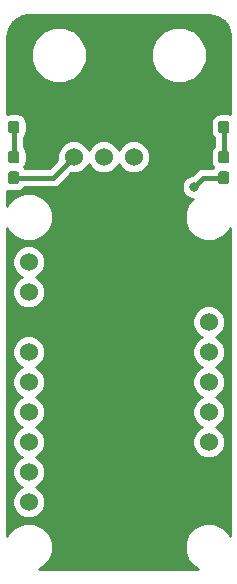
<source format=gbr>
G04 #@! TF.GenerationSoftware,KiCad,Pcbnew,(5.0.2)-1*
G04 #@! TF.CreationDate,2019-04-17T18:20:16-05:00*
G04 #@! TF.ProjectId,LSM9DS1Breakout_Hardware,4c534d39-4453-4314-9272-65616b6f7574,rev?*
G04 #@! TF.SameCoordinates,Original*
G04 #@! TF.FileFunction,Copper,L1,Top*
G04 #@! TF.FilePolarity,Positive*
%FSLAX46Y46*%
G04 Gerber Fmt 4.6, Leading zero omitted, Abs format (unit mm)*
G04 Created by KiCad (PCBNEW (5.0.2)-1) date 4/17/2019 6:20:16 PM*
%MOMM*%
%LPD*%
G01*
G04 APERTURE LIST*
G04 #@! TA.AperFunction,ComponentPad*
%ADD10C,1.524000*%
G04 #@! TD*
G04 #@! TA.AperFunction,Conductor*
%ADD11C,0.100000*%
G04 #@! TD*
G04 #@! TA.AperFunction,SMDPad,CuDef*
%ADD12C,0.950000*%
G04 #@! TD*
G04 #@! TA.AperFunction,ViaPad*
%ADD13C,0.800000*%
G04 #@! TD*
G04 #@! TA.AperFunction,Conductor*
%ADD14C,0.381000*%
G04 #@! TD*
G04 #@! TA.AperFunction,Conductor*
%ADD15C,0.254000*%
G04 #@! TD*
G04 APERTURE END LIST*
D10*
G04 #@! TO.P,Conn1,1*
G04 #@! TO.N,+5V*
X125730000Y-36830000D03*
G04 #@! TO.P,Conn1,2*
G04 #@! TO.N,SCL*
X128270000Y-36830000D03*
G04 #@! TO.P,Conn1,3*
G04 #@! TO.N,SDA*
X130810000Y-36830000D03*
G04 #@! TO.P,Conn1,4*
G04 #@! TO.N,GND*
X133350000Y-36830000D03*
G04 #@! TD*
D11*
G04 #@! TO.N,GND*
G04 #@! TO.C,D1*
G36*
X138690779Y-32016144D02*
X138713834Y-32019563D01*
X138736443Y-32025227D01*
X138758387Y-32033079D01*
X138779457Y-32043044D01*
X138799448Y-32055026D01*
X138818168Y-32068910D01*
X138835438Y-32084562D01*
X138851090Y-32101832D01*
X138864974Y-32120552D01*
X138876956Y-32140543D01*
X138886921Y-32161613D01*
X138894773Y-32183557D01*
X138900437Y-32206166D01*
X138903856Y-32229221D01*
X138905000Y-32252500D01*
X138905000Y-32827500D01*
X138903856Y-32850779D01*
X138900437Y-32873834D01*
X138894773Y-32896443D01*
X138886921Y-32918387D01*
X138876956Y-32939457D01*
X138864974Y-32959448D01*
X138851090Y-32978168D01*
X138835438Y-32995438D01*
X138818168Y-33011090D01*
X138799448Y-33024974D01*
X138779457Y-33036956D01*
X138758387Y-33046921D01*
X138736443Y-33054773D01*
X138713834Y-33060437D01*
X138690779Y-33063856D01*
X138667500Y-33065000D01*
X138192500Y-33065000D01*
X138169221Y-33063856D01*
X138146166Y-33060437D01*
X138123557Y-33054773D01*
X138101613Y-33046921D01*
X138080543Y-33036956D01*
X138060552Y-33024974D01*
X138041832Y-33011090D01*
X138024562Y-32995438D01*
X138008910Y-32978168D01*
X137995026Y-32959448D01*
X137983044Y-32939457D01*
X137973079Y-32918387D01*
X137965227Y-32896443D01*
X137959563Y-32873834D01*
X137956144Y-32850779D01*
X137955000Y-32827500D01*
X137955000Y-32252500D01*
X137956144Y-32229221D01*
X137959563Y-32206166D01*
X137965227Y-32183557D01*
X137973079Y-32161613D01*
X137983044Y-32140543D01*
X137995026Y-32120552D01*
X138008910Y-32101832D01*
X138024562Y-32084562D01*
X138041832Y-32068910D01*
X138060552Y-32055026D01*
X138080543Y-32043044D01*
X138101613Y-32033079D01*
X138123557Y-32025227D01*
X138146166Y-32019563D01*
X138169221Y-32016144D01*
X138192500Y-32015000D01*
X138667500Y-32015000D01*
X138690779Y-32016144D01*
X138690779Y-32016144D01*
G37*
D12*
G04 #@! TD*
G04 #@! TO.P,D1,1*
G04 #@! TO.N,GND*
X138430000Y-32540000D03*
D11*
G04 #@! TO.N,Net-(D1-Pad2)*
G04 #@! TO.C,D1*
G36*
X138690779Y-33766144D02*
X138713834Y-33769563D01*
X138736443Y-33775227D01*
X138758387Y-33783079D01*
X138779457Y-33793044D01*
X138799448Y-33805026D01*
X138818168Y-33818910D01*
X138835438Y-33834562D01*
X138851090Y-33851832D01*
X138864974Y-33870552D01*
X138876956Y-33890543D01*
X138886921Y-33911613D01*
X138894773Y-33933557D01*
X138900437Y-33956166D01*
X138903856Y-33979221D01*
X138905000Y-34002500D01*
X138905000Y-34577500D01*
X138903856Y-34600779D01*
X138900437Y-34623834D01*
X138894773Y-34646443D01*
X138886921Y-34668387D01*
X138876956Y-34689457D01*
X138864974Y-34709448D01*
X138851090Y-34728168D01*
X138835438Y-34745438D01*
X138818168Y-34761090D01*
X138799448Y-34774974D01*
X138779457Y-34786956D01*
X138758387Y-34796921D01*
X138736443Y-34804773D01*
X138713834Y-34810437D01*
X138690779Y-34813856D01*
X138667500Y-34815000D01*
X138192500Y-34815000D01*
X138169221Y-34813856D01*
X138146166Y-34810437D01*
X138123557Y-34804773D01*
X138101613Y-34796921D01*
X138080543Y-34786956D01*
X138060552Y-34774974D01*
X138041832Y-34761090D01*
X138024562Y-34745438D01*
X138008910Y-34728168D01*
X137995026Y-34709448D01*
X137983044Y-34689457D01*
X137973079Y-34668387D01*
X137965227Y-34646443D01*
X137959563Y-34623834D01*
X137956144Y-34600779D01*
X137955000Y-34577500D01*
X137955000Y-34002500D01*
X137956144Y-33979221D01*
X137959563Y-33956166D01*
X137965227Y-33933557D01*
X137973079Y-33911613D01*
X137983044Y-33890543D01*
X137995026Y-33870552D01*
X138008910Y-33851832D01*
X138024562Y-33834562D01*
X138041832Y-33818910D01*
X138060552Y-33805026D01*
X138080543Y-33793044D01*
X138101613Y-33783079D01*
X138123557Y-33775227D01*
X138146166Y-33769563D01*
X138169221Y-33766144D01*
X138192500Y-33765000D01*
X138667500Y-33765000D01*
X138690779Y-33766144D01*
X138690779Y-33766144D01*
G37*
D12*
G04 #@! TD*
G04 #@! TO.P,D1,2*
G04 #@! TO.N,Net-(D1-Pad2)*
X138430000Y-34290000D03*
D11*
G04 #@! TO.N,GND*
G04 #@! TO.C,D3*
G36*
X120910779Y-32016144D02*
X120933834Y-32019563D01*
X120956443Y-32025227D01*
X120978387Y-32033079D01*
X120999457Y-32043044D01*
X121019448Y-32055026D01*
X121038168Y-32068910D01*
X121055438Y-32084562D01*
X121071090Y-32101832D01*
X121084974Y-32120552D01*
X121096956Y-32140543D01*
X121106921Y-32161613D01*
X121114773Y-32183557D01*
X121120437Y-32206166D01*
X121123856Y-32229221D01*
X121125000Y-32252500D01*
X121125000Y-32827500D01*
X121123856Y-32850779D01*
X121120437Y-32873834D01*
X121114773Y-32896443D01*
X121106921Y-32918387D01*
X121096956Y-32939457D01*
X121084974Y-32959448D01*
X121071090Y-32978168D01*
X121055438Y-32995438D01*
X121038168Y-33011090D01*
X121019448Y-33024974D01*
X120999457Y-33036956D01*
X120978387Y-33046921D01*
X120956443Y-33054773D01*
X120933834Y-33060437D01*
X120910779Y-33063856D01*
X120887500Y-33065000D01*
X120412500Y-33065000D01*
X120389221Y-33063856D01*
X120366166Y-33060437D01*
X120343557Y-33054773D01*
X120321613Y-33046921D01*
X120300543Y-33036956D01*
X120280552Y-33024974D01*
X120261832Y-33011090D01*
X120244562Y-32995438D01*
X120228910Y-32978168D01*
X120215026Y-32959448D01*
X120203044Y-32939457D01*
X120193079Y-32918387D01*
X120185227Y-32896443D01*
X120179563Y-32873834D01*
X120176144Y-32850779D01*
X120175000Y-32827500D01*
X120175000Y-32252500D01*
X120176144Y-32229221D01*
X120179563Y-32206166D01*
X120185227Y-32183557D01*
X120193079Y-32161613D01*
X120203044Y-32140543D01*
X120215026Y-32120552D01*
X120228910Y-32101832D01*
X120244562Y-32084562D01*
X120261832Y-32068910D01*
X120280552Y-32055026D01*
X120300543Y-32043044D01*
X120321613Y-32033079D01*
X120343557Y-32025227D01*
X120366166Y-32019563D01*
X120389221Y-32016144D01*
X120412500Y-32015000D01*
X120887500Y-32015000D01*
X120910779Y-32016144D01*
X120910779Y-32016144D01*
G37*
D12*
G04 #@! TD*
G04 #@! TO.P,D3,1*
G04 #@! TO.N,GND*
X120650000Y-32540000D03*
D11*
G04 #@! TO.N,Net-(D3-Pad2)*
G04 #@! TO.C,D3*
G36*
X120910779Y-33766144D02*
X120933834Y-33769563D01*
X120956443Y-33775227D01*
X120978387Y-33783079D01*
X120999457Y-33793044D01*
X121019448Y-33805026D01*
X121038168Y-33818910D01*
X121055438Y-33834562D01*
X121071090Y-33851832D01*
X121084974Y-33870552D01*
X121096956Y-33890543D01*
X121106921Y-33911613D01*
X121114773Y-33933557D01*
X121120437Y-33956166D01*
X121123856Y-33979221D01*
X121125000Y-34002500D01*
X121125000Y-34577500D01*
X121123856Y-34600779D01*
X121120437Y-34623834D01*
X121114773Y-34646443D01*
X121106921Y-34668387D01*
X121096956Y-34689457D01*
X121084974Y-34709448D01*
X121071090Y-34728168D01*
X121055438Y-34745438D01*
X121038168Y-34761090D01*
X121019448Y-34774974D01*
X120999457Y-34786956D01*
X120978387Y-34796921D01*
X120956443Y-34804773D01*
X120933834Y-34810437D01*
X120910779Y-34813856D01*
X120887500Y-34815000D01*
X120412500Y-34815000D01*
X120389221Y-34813856D01*
X120366166Y-34810437D01*
X120343557Y-34804773D01*
X120321613Y-34796921D01*
X120300543Y-34786956D01*
X120280552Y-34774974D01*
X120261832Y-34761090D01*
X120244562Y-34745438D01*
X120228910Y-34728168D01*
X120215026Y-34709448D01*
X120203044Y-34689457D01*
X120193079Y-34668387D01*
X120185227Y-34646443D01*
X120179563Y-34623834D01*
X120176144Y-34600779D01*
X120175000Y-34577500D01*
X120175000Y-34002500D01*
X120176144Y-33979221D01*
X120179563Y-33956166D01*
X120185227Y-33933557D01*
X120193079Y-33911613D01*
X120203044Y-33890543D01*
X120215026Y-33870552D01*
X120228910Y-33851832D01*
X120244562Y-33834562D01*
X120261832Y-33818910D01*
X120280552Y-33805026D01*
X120300543Y-33793044D01*
X120321613Y-33783079D01*
X120343557Y-33775227D01*
X120366166Y-33769563D01*
X120389221Y-33766144D01*
X120412500Y-33765000D01*
X120887500Y-33765000D01*
X120910779Y-33766144D01*
X120910779Y-33766144D01*
G37*
D12*
G04 #@! TD*
G04 #@! TO.P,D3,2*
G04 #@! TO.N,Net-(D3-Pad2)*
X120650000Y-34290000D03*
D11*
G04 #@! TO.N,SDA*
G04 #@! TO.C,R1*
G36*
X138690779Y-38056144D02*
X138713834Y-38059563D01*
X138736443Y-38065227D01*
X138758387Y-38073079D01*
X138779457Y-38083044D01*
X138799448Y-38095026D01*
X138818168Y-38108910D01*
X138835438Y-38124562D01*
X138851090Y-38141832D01*
X138864974Y-38160552D01*
X138876956Y-38180543D01*
X138886921Y-38201613D01*
X138894773Y-38223557D01*
X138900437Y-38246166D01*
X138903856Y-38269221D01*
X138905000Y-38292500D01*
X138905000Y-38867500D01*
X138903856Y-38890779D01*
X138900437Y-38913834D01*
X138894773Y-38936443D01*
X138886921Y-38958387D01*
X138876956Y-38979457D01*
X138864974Y-38999448D01*
X138851090Y-39018168D01*
X138835438Y-39035438D01*
X138818168Y-39051090D01*
X138799448Y-39064974D01*
X138779457Y-39076956D01*
X138758387Y-39086921D01*
X138736443Y-39094773D01*
X138713834Y-39100437D01*
X138690779Y-39103856D01*
X138667500Y-39105000D01*
X138192500Y-39105000D01*
X138169221Y-39103856D01*
X138146166Y-39100437D01*
X138123557Y-39094773D01*
X138101613Y-39086921D01*
X138080543Y-39076956D01*
X138060552Y-39064974D01*
X138041832Y-39051090D01*
X138024562Y-39035438D01*
X138008910Y-39018168D01*
X137995026Y-38999448D01*
X137983044Y-38979457D01*
X137973079Y-38958387D01*
X137965227Y-38936443D01*
X137959563Y-38913834D01*
X137956144Y-38890779D01*
X137955000Y-38867500D01*
X137955000Y-38292500D01*
X137956144Y-38269221D01*
X137959563Y-38246166D01*
X137965227Y-38223557D01*
X137973079Y-38201613D01*
X137983044Y-38180543D01*
X137995026Y-38160552D01*
X138008910Y-38141832D01*
X138024562Y-38124562D01*
X138041832Y-38108910D01*
X138060552Y-38095026D01*
X138080543Y-38083044D01*
X138101613Y-38073079D01*
X138123557Y-38065227D01*
X138146166Y-38059563D01*
X138169221Y-38056144D01*
X138192500Y-38055000D01*
X138667500Y-38055000D01*
X138690779Y-38056144D01*
X138690779Y-38056144D01*
G37*
D12*
G04 #@! TD*
G04 #@! TO.P,R1,1*
G04 #@! TO.N,SDA*
X138430000Y-38580000D03*
D11*
G04 #@! TO.N,Net-(D1-Pad2)*
G04 #@! TO.C,R1*
G36*
X138690779Y-36306144D02*
X138713834Y-36309563D01*
X138736443Y-36315227D01*
X138758387Y-36323079D01*
X138779457Y-36333044D01*
X138799448Y-36345026D01*
X138818168Y-36358910D01*
X138835438Y-36374562D01*
X138851090Y-36391832D01*
X138864974Y-36410552D01*
X138876956Y-36430543D01*
X138886921Y-36451613D01*
X138894773Y-36473557D01*
X138900437Y-36496166D01*
X138903856Y-36519221D01*
X138905000Y-36542500D01*
X138905000Y-37117500D01*
X138903856Y-37140779D01*
X138900437Y-37163834D01*
X138894773Y-37186443D01*
X138886921Y-37208387D01*
X138876956Y-37229457D01*
X138864974Y-37249448D01*
X138851090Y-37268168D01*
X138835438Y-37285438D01*
X138818168Y-37301090D01*
X138799448Y-37314974D01*
X138779457Y-37326956D01*
X138758387Y-37336921D01*
X138736443Y-37344773D01*
X138713834Y-37350437D01*
X138690779Y-37353856D01*
X138667500Y-37355000D01*
X138192500Y-37355000D01*
X138169221Y-37353856D01*
X138146166Y-37350437D01*
X138123557Y-37344773D01*
X138101613Y-37336921D01*
X138080543Y-37326956D01*
X138060552Y-37314974D01*
X138041832Y-37301090D01*
X138024562Y-37285438D01*
X138008910Y-37268168D01*
X137995026Y-37249448D01*
X137983044Y-37229457D01*
X137973079Y-37208387D01*
X137965227Y-37186443D01*
X137959563Y-37163834D01*
X137956144Y-37140779D01*
X137955000Y-37117500D01*
X137955000Y-36542500D01*
X137956144Y-36519221D01*
X137959563Y-36496166D01*
X137965227Y-36473557D01*
X137973079Y-36451613D01*
X137983044Y-36430543D01*
X137995026Y-36410552D01*
X138008910Y-36391832D01*
X138024562Y-36374562D01*
X138041832Y-36358910D01*
X138060552Y-36345026D01*
X138080543Y-36333044D01*
X138101613Y-36323079D01*
X138123557Y-36315227D01*
X138146166Y-36309563D01*
X138169221Y-36306144D01*
X138192500Y-36305000D01*
X138667500Y-36305000D01*
X138690779Y-36306144D01*
X138690779Y-36306144D01*
G37*
D12*
G04 #@! TD*
G04 #@! TO.P,R1,2*
G04 #@! TO.N,Net-(D1-Pad2)*
X138430000Y-36830000D03*
D11*
G04 #@! TO.N,+5V*
G04 #@! TO.C,R3*
G36*
X120910779Y-38056144D02*
X120933834Y-38059563D01*
X120956443Y-38065227D01*
X120978387Y-38073079D01*
X120999457Y-38083044D01*
X121019448Y-38095026D01*
X121038168Y-38108910D01*
X121055438Y-38124562D01*
X121071090Y-38141832D01*
X121084974Y-38160552D01*
X121096956Y-38180543D01*
X121106921Y-38201613D01*
X121114773Y-38223557D01*
X121120437Y-38246166D01*
X121123856Y-38269221D01*
X121125000Y-38292500D01*
X121125000Y-38867500D01*
X121123856Y-38890779D01*
X121120437Y-38913834D01*
X121114773Y-38936443D01*
X121106921Y-38958387D01*
X121096956Y-38979457D01*
X121084974Y-38999448D01*
X121071090Y-39018168D01*
X121055438Y-39035438D01*
X121038168Y-39051090D01*
X121019448Y-39064974D01*
X120999457Y-39076956D01*
X120978387Y-39086921D01*
X120956443Y-39094773D01*
X120933834Y-39100437D01*
X120910779Y-39103856D01*
X120887500Y-39105000D01*
X120412500Y-39105000D01*
X120389221Y-39103856D01*
X120366166Y-39100437D01*
X120343557Y-39094773D01*
X120321613Y-39086921D01*
X120300543Y-39076956D01*
X120280552Y-39064974D01*
X120261832Y-39051090D01*
X120244562Y-39035438D01*
X120228910Y-39018168D01*
X120215026Y-38999448D01*
X120203044Y-38979457D01*
X120193079Y-38958387D01*
X120185227Y-38936443D01*
X120179563Y-38913834D01*
X120176144Y-38890779D01*
X120175000Y-38867500D01*
X120175000Y-38292500D01*
X120176144Y-38269221D01*
X120179563Y-38246166D01*
X120185227Y-38223557D01*
X120193079Y-38201613D01*
X120203044Y-38180543D01*
X120215026Y-38160552D01*
X120228910Y-38141832D01*
X120244562Y-38124562D01*
X120261832Y-38108910D01*
X120280552Y-38095026D01*
X120300543Y-38083044D01*
X120321613Y-38073079D01*
X120343557Y-38065227D01*
X120366166Y-38059563D01*
X120389221Y-38056144D01*
X120412500Y-38055000D01*
X120887500Y-38055000D01*
X120910779Y-38056144D01*
X120910779Y-38056144D01*
G37*
D12*
G04 #@! TD*
G04 #@! TO.P,R3,1*
G04 #@! TO.N,+5V*
X120650000Y-38580000D03*
D11*
G04 #@! TO.N,Net-(D3-Pad2)*
G04 #@! TO.C,R3*
G36*
X120910779Y-36306144D02*
X120933834Y-36309563D01*
X120956443Y-36315227D01*
X120978387Y-36323079D01*
X120999457Y-36333044D01*
X121019448Y-36345026D01*
X121038168Y-36358910D01*
X121055438Y-36374562D01*
X121071090Y-36391832D01*
X121084974Y-36410552D01*
X121096956Y-36430543D01*
X121106921Y-36451613D01*
X121114773Y-36473557D01*
X121120437Y-36496166D01*
X121123856Y-36519221D01*
X121125000Y-36542500D01*
X121125000Y-37117500D01*
X121123856Y-37140779D01*
X121120437Y-37163834D01*
X121114773Y-37186443D01*
X121106921Y-37208387D01*
X121096956Y-37229457D01*
X121084974Y-37249448D01*
X121071090Y-37268168D01*
X121055438Y-37285438D01*
X121038168Y-37301090D01*
X121019448Y-37314974D01*
X120999457Y-37326956D01*
X120978387Y-37336921D01*
X120956443Y-37344773D01*
X120933834Y-37350437D01*
X120910779Y-37353856D01*
X120887500Y-37355000D01*
X120412500Y-37355000D01*
X120389221Y-37353856D01*
X120366166Y-37350437D01*
X120343557Y-37344773D01*
X120321613Y-37336921D01*
X120300543Y-37326956D01*
X120280552Y-37314974D01*
X120261832Y-37301090D01*
X120244562Y-37285438D01*
X120228910Y-37268168D01*
X120215026Y-37249448D01*
X120203044Y-37229457D01*
X120193079Y-37208387D01*
X120185227Y-37186443D01*
X120179563Y-37163834D01*
X120176144Y-37140779D01*
X120175000Y-37117500D01*
X120175000Y-36542500D01*
X120176144Y-36519221D01*
X120179563Y-36496166D01*
X120185227Y-36473557D01*
X120193079Y-36451613D01*
X120203044Y-36430543D01*
X120215026Y-36410552D01*
X120228910Y-36391832D01*
X120244562Y-36374562D01*
X120261832Y-36358910D01*
X120280552Y-36345026D01*
X120300543Y-36333044D01*
X120321613Y-36323079D01*
X120343557Y-36315227D01*
X120366166Y-36309563D01*
X120389221Y-36306144D01*
X120412500Y-36305000D01*
X120887500Y-36305000D01*
X120910779Y-36306144D01*
X120910779Y-36306144D01*
G37*
D12*
G04 #@! TD*
G04 #@! TO.P,R3,2*
G04 #@! TO.N,Net-(D3-Pad2)*
X120650000Y-36830000D03*
D10*
G04 #@! TO.P,U1,1*
G04 #@! TO.N,+5V*
X121920000Y-45720000D03*
G04 #@! TO.P,U1,2*
G04 #@! TO.N,Net-(U1-Pad2)*
X121920000Y-48260000D03*
G04 #@! TO.P,U1,3*
G04 #@! TO.N,GND*
X121920000Y-50800000D03*
G04 #@! TO.P,U1,4*
G04 #@! TO.N,SCL*
X121920000Y-53340000D03*
G04 #@! TO.P,U1,5*
G04 #@! TO.N,SDA*
X121920000Y-55880000D03*
G04 #@! TO.P,U1,6*
G04 #@! TO.N,Net-(U1-Pad6)*
X121920000Y-58420000D03*
G04 #@! TO.P,U1,7*
G04 #@! TO.N,Net-(U1-Pad7)*
X121920000Y-60960000D03*
G04 #@! TO.P,U1,8*
G04 #@! TO.N,Net-(U1-Pad8)*
X121920000Y-63500000D03*
G04 #@! TO.P,U1,9*
G04 #@! TO.N,Net-(U1-Pad9)*
X121920000Y-66040000D03*
G04 #@! TO.P,U1,10*
G04 #@! TO.N,Net-(U1-Pad10)*
X137160000Y-50800000D03*
G04 #@! TO.P,U1,11*
G04 #@! TO.N,Net-(U1-Pad11)*
X137160000Y-53340000D03*
G04 #@! TO.P,U1,12*
G04 #@! TO.N,Net-(U1-Pad12)*
X137160000Y-55880000D03*
G04 #@! TO.P,U1,13*
G04 #@! TO.N,Net-(U1-Pad13)*
X137160000Y-58420000D03*
G04 #@! TO.P,U1,14*
G04 #@! TO.N,N/C*
X137160000Y-60960000D03*
G04 #@! TD*
D13*
G04 #@! TO.N,SDA*
X135890000Y-39370000D03*
G04 #@! TD*
D14*
G04 #@! TO.N,+5V*
X123980000Y-38580000D02*
X125730000Y-36830000D01*
X120650000Y-38580000D02*
X123980000Y-38580000D01*
G04 #@! TO.N,SDA*
X138430000Y-38580000D02*
X136680000Y-38580000D01*
X136680000Y-38580000D02*
X135890000Y-39370000D01*
G04 #@! TO.N,Net-(D1-Pad2)*
X138430000Y-34290000D02*
X138430000Y-36830000D01*
G04 #@! TO.N,Net-(D3-Pad2)*
X120650000Y-34290000D02*
X120650000Y-36830000D01*
G04 #@! TD*
D15*
G04 #@! TO.N,GND*
G36*
X137613698Y-24902958D02*
X138038893Y-25071305D01*
X138408858Y-25340101D01*
X138700356Y-25692462D01*
X138895067Y-26106244D01*
X138987093Y-26588662D01*
X138990001Y-26681195D01*
X138990001Y-33181709D01*
X138667500Y-33117560D01*
X138192500Y-33117560D01*
X137853848Y-33184922D01*
X137566753Y-33376753D01*
X137374922Y-33663848D01*
X137307560Y-34002500D01*
X137307560Y-34577500D01*
X137374922Y-34916152D01*
X137566753Y-35203247D01*
X137604500Y-35228469D01*
X137604501Y-35891531D01*
X137566753Y-35916753D01*
X137374922Y-36203848D01*
X137307560Y-36542500D01*
X137307560Y-37117500D01*
X137374922Y-37456152D01*
X137541197Y-37705000D01*
X137508122Y-37754500D01*
X136761303Y-37754500D01*
X136680000Y-37738328D01*
X136357905Y-37802396D01*
X136221689Y-37893414D01*
X136084848Y-37984848D01*
X136038793Y-38053774D01*
X135757567Y-38335000D01*
X135684126Y-38335000D01*
X135303720Y-38492569D01*
X135012569Y-38783720D01*
X134855000Y-39164126D01*
X134855000Y-39575874D01*
X135012569Y-39956280D01*
X135303720Y-40247431D01*
X135684126Y-40405000D01*
X135791319Y-40405000D01*
X135437354Y-40758965D01*
X135128000Y-41505810D01*
X135128000Y-42314190D01*
X135437354Y-43061035D01*
X136008965Y-43632646D01*
X136755810Y-43942000D01*
X137564190Y-43942000D01*
X138311035Y-43632646D01*
X138882646Y-43061035D01*
X138990001Y-42801860D01*
X138990000Y-68958140D01*
X138882646Y-68698965D01*
X138311035Y-68127354D01*
X137564190Y-67818000D01*
X136755810Y-67818000D01*
X136008965Y-68127354D01*
X135437354Y-68698965D01*
X135128000Y-69445810D01*
X135128000Y-70254190D01*
X135437354Y-71001035D01*
X136008965Y-71572646D01*
X136268140Y-71680000D01*
X122811860Y-71680000D01*
X123071035Y-71572646D01*
X123642646Y-71001035D01*
X123952000Y-70254190D01*
X123952000Y-69445810D01*
X123642646Y-68698965D01*
X123071035Y-68127354D01*
X122324190Y-67818000D01*
X121515810Y-67818000D01*
X120768965Y-68127354D01*
X120197354Y-68698965D01*
X120090000Y-68958140D01*
X120090000Y-53062119D01*
X120523000Y-53062119D01*
X120523000Y-53617881D01*
X120735680Y-54131337D01*
X121128663Y-54524320D01*
X121335513Y-54610000D01*
X121128663Y-54695680D01*
X120735680Y-55088663D01*
X120523000Y-55602119D01*
X120523000Y-56157881D01*
X120735680Y-56671337D01*
X121128663Y-57064320D01*
X121335513Y-57150000D01*
X121128663Y-57235680D01*
X120735680Y-57628663D01*
X120523000Y-58142119D01*
X120523000Y-58697881D01*
X120735680Y-59211337D01*
X121128663Y-59604320D01*
X121335513Y-59690000D01*
X121128663Y-59775680D01*
X120735680Y-60168663D01*
X120523000Y-60682119D01*
X120523000Y-61237881D01*
X120735680Y-61751337D01*
X121128663Y-62144320D01*
X121335513Y-62230000D01*
X121128663Y-62315680D01*
X120735680Y-62708663D01*
X120523000Y-63222119D01*
X120523000Y-63777881D01*
X120735680Y-64291337D01*
X121128663Y-64684320D01*
X121335513Y-64770000D01*
X121128663Y-64855680D01*
X120735680Y-65248663D01*
X120523000Y-65762119D01*
X120523000Y-66317881D01*
X120735680Y-66831337D01*
X121128663Y-67224320D01*
X121642119Y-67437000D01*
X122197881Y-67437000D01*
X122711337Y-67224320D01*
X123104320Y-66831337D01*
X123317000Y-66317881D01*
X123317000Y-65762119D01*
X123104320Y-65248663D01*
X122711337Y-64855680D01*
X122504487Y-64770000D01*
X122711337Y-64684320D01*
X123104320Y-64291337D01*
X123317000Y-63777881D01*
X123317000Y-63222119D01*
X123104320Y-62708663D01*
X122711337Y-62315680D01*
X122504487Y-62230000D01*
X122711337Y-62144320D01*
X123104320Y-61751337D01*
X123317000Y-61237881D01*
X123317000Y-60682119D01*
X123104320Y-60168663D01*
X122711337Y-59775680D01*
X122504487Y-59690000D01*
X122711337Y-59604320D01*
X123104320Y-59211337D01*
X123317000Y-58697881D01*
X123317000Y-58142119D01*
X123104320Y-57628663D01*
X122711337Y-57235680D01*
X122504487Y-57150000D01*
X122711337Y-57064320D01*
X123104320Y-56671337D01*
X123317000Y-56157881D01*
X123317000Y-55602119D01*
X123104320Y-55088663D01*
X122711337Y-54695680D01*
X122504487Y-54610000D01*
X122711337Y-54524320D01*
X123104320Y-54131337D01*
X123317000Y-53617881D01*
X123317000Y-53062119D01*
X123104320Y-52548663D01*
X122711337Y-52155680D01*
X122197881Y-51943000D01*
X121642119Y-51943000D01*
X121128663Y-52155680D01*
X120735680Y-52548663D01*
X120523000Y-53062119D01*
X120090000Y-53062119D01*
X120090000Y-50522119D01*
X135763000Y-50522119D01*
X135763000Y-51077881D01*
X135975680Y-51591337D01*
X136368663Y-51984320D01*
X136575513Y-52070000D01*
X136368663Y-52155680D01*
X135975680Y-52548663D01*
X135763000Y-53062119D01*
X135763000Y-53617881D01*
X135975680Y-54131337D01*
X136368663Y-54524320D01*
X136575513Y-54610000D01*
X136368663Y-54695680D01*
X135975680Y-55088663D01*
X135763000Y-55602119D01*
X135763000Y-56157881D01*
X135975680Y-56671337D01*
X136368663Y-57064320D01*
X136575513Y-57150000D01*
X136368663Y-57235680D01*
X135975680Y-57628663D01*
X135763000Y-58142119D01*
X135763000Y-58697881D01*
X135975680Y-59211337D01*
X136368663Y-59604320D01*
X136575513Y-59690000D01*
X136368663Y-59775680D01*
X135975680Y-60168663D01*
X135763000Y-60682119D01*
X135763000Y-61237881D01*
X135975680Y-61751337D01*
X136368663Y-62144320D01*
X136882119Y-62357000D01*
X137437881Y-62357000D01*
X137951337Y-62144320D01*
X138344320Y-61751337D01*
X138557000Y-61237881D01*
X138557000Y-60682119D01*
X138344320Y-60168663D01*
X137951337Y-59775680D01*
X137744487Y-59690000D01*
X137951337Y-59604320D01*
X138344320Y-59211337D01*
X138557000Y-58697881D01*
X138557000Y-58142119D01*
X138344320Y-57628663D01*
X137951337Y-57235680D01*
X137744487Y-57150000D01*
X137951337Y-57064320D01*
X138344320Y-56671337D01*
X138557000Y-56157881D01*
X138557000Y-55602119D01*
X138344320Y-55088663D01*
X137951337Y-54695680D01*
X137744487Y-54610000D01*
X137951337Y-54524320D01*
X138344320Y-54131337D01*
X138557000Y-53617881D01*
X138557000Y-53062119D01*
X138344320Y-52548663D01*
X137951337Y-52155680D01*
X137744487Y-52070000D01*
X137951337Y-51984320D01*
X138344320Y-51591337D01*
X138557000Y-51077881D01*
X138557000Y-50522119D01*
X138344320Y-50008663D01*
X137951337Y-49615680D01*
X137437881Y-49403000D01*
X136882119Y-49403000D01*
X136368663Y-49615680D01*
X135975680Y-50008663D01*
X135763000Y-50522119D01*
X120090000Y-50522119D01*
X120090000Y-45442119D01*
X120523000Y-45442119D01*
X120523000Y-45997881D01*
X120735680Y-46511337D01*
X121128663Y-46904320D01*
X121335513Y-46990000D01*
X121128663Y-47075680D01*
X120735680Y-47468663D01*
X120523000Y-47982119D01*
X120523000Y-48537881D01*
X120735680Y-49051337D01*
X121128663Y-49444320D01*
X121642119Y-49657000D01*
X122197881Y-49657000D01*
X122711337Y-49444320D01*
X123104320Y-49051337D01*
X123317000Y-48537881D01*
X123317000Y-47982119D01*
X123104320Y-47468663D01*
X122711337Y-47075680D01*
X122504487Y-46990000D01*
X122711337Y-46904320D01*
X123104320Y-46511337D01*
X123317000Y-45997881D01*
X123317000Y-45442119D01*
X123104320Y-44928663D01*
X122711337Y-44535680D01*
X122197881Y-44323000D01*
X121642119Y-44323000D01*
X121128663Y-44535680D01*
X120735680Y-44928663D01*
X120523000Y-45442119D01*
X120090000Y-45442119D01*
X120090000Y-42801860D01*
X120197354Y-43061035D01*
X120768965Y-43632646D01*
X121515810Y-43942000D01*
X122324190Y-43942000D01*
X123071035Y-43632646D01*
X123642646Y-43061035D01*
X123952000Y-42314190D01*
X123952000Y-41505810D01*
X123642646Y-40758965D01*
X123071035Y-40187354D01*
X122324190Y-39878000D01*
X121515810Y-39878000D01*
X120768965Y-40187354D01*
X120197354Y-40758965D01*
X120090000Y-41018140D01*
X120090000Y-39688291D01*
X120412500Y-39752440D01*
X120887500Y-39752440D01*
X121226152Y-39685078D01*
X121513247Y-39493247D01*
X121571878Y-39405500D01*
X123898699Y-39405500D01*
X123980000Y-39421672D01*
X124061301Y-39405500D01*
X124061303Y-39405500D01*
X124302094Y-39357604D01*
X124575152Y-39175152D01*
X124621209Y-39106223D01*
X125500433Y-38227000D01*
X126007881Y-38227000D01*
X126521337Y-38014320D01*
X126914320Y-37621337D01*
X127000000Y-37414487D01*
X127085680Y-37621337D01*
X127478663Y-38014320D01*
X127992119Y-38227000D01*
X128547881Y-38227000D01*
X129061337Y-38014320D01*
X129454320Y-37621337D01*
X129540000Y-37414487D01*
X129625680Y-37621337D01*
X130018663Y-38014320D01*
X130532119Y-38227000D01*
X131087881Y-38227000D01*
X131601337Y-38014320D01*
X131994320Y-37621337D01*
X132207000Y-37107881D01*
X132207000Y-36552119D01*
X131994320Y-36038663D01*
X131601337Y-35645680D01*
X131087881Y-35433000D01*
X130532119Y-35433000D01*
X130018663Y-35645680D01*
X129625680Y-36038663D01*
X129540000Y-36245513D01*
X129454320Y-36038663D01*
X129061337Y-35645680D01*
X128547881Y-35433000D01*
X127992119Y-35433000D01*
X127478663Y-35645680D01*
X127085680Y-36038663D01*
X127000000Y-36245513D01*
X126914320Y-36038663D01*
X126521337Y-35645680D01*
X126007881Y-35433000D01*
X125452119Y-35433000D01*
X124938663Y-35645680D01*
X124545680Y-36038663D01*
X124333000Y-36552119D01*
X124333000Y-37059567D01*
X123638068Y-37754500D01*
X121571878Y-37754500D01*
X121538803Y-37705000D01*
X121705078Y-37456152D01*
X121772440Y-37117500D01*
X121772440Y-36542500D01*
X121705078Y-36203848D01*
X121513247Y-35916753D01*
X121475500Y-35891531D01*
X121475500Y-35228469D01*
X121513247Y-35203247D01*
X121705078Y-34916152D01*
X121772440Y-34577500D01*
X121772440Y-34002500D01*
X121705078Y-33663848D01*
X121513247Y-33376753D01*
X121226152Y-33184922D01*
X120887500Y-33117560D01*
X120412500Y-33117560D01*
X120090000Y-33181709D01*
X120090000Y-27724567D01*
X122100000Y-27724567D01*
X122100000Y-28663433D01*
X122459289Y-29530833D01*
X123123167Y-30194711D01*
X123990567Y-30554000D01*
X124929433Y-30554000D01*
X125796833Y-30194711D01*
X126460711Y-29530833D01*
X126820000Y-28663433D01*
X126820000Y-27724567D01*
X132260000Y-27724567D01*
X132260000Y-28663433D01*
X132619289Y-29530833D01*
X133283167Y-30194711D01*
X134150567Y-30554000D01*
X135089433Y-30554000D01*
X135956833Y-30194711D01*
X136620711Y-29530833D01*
X136980000Y-28663433D01*
X136980000Y-27724567D01*
X136620711Y-26857167D01*
X135956833Y-26193289D01*
X135089433Y-25834000D01*
X134150567Y-25834000D01*
X133283167Y-26193289D01*
X132619289Y-26857167D01*
X132260000Y-27724567D01*
X126820000Y-27724567D01*
X126460711Y-26857167D01*
X125796833Y-26193289D01*
X124929433Y-25834000D01*
X123990567Y-25834000D01*
X123123167Y-26193289D01*
X122459289Y-26857167D01*
X122100000Y-27724567D01*
X120090000Y-27724567D01*
X120090000Y-26714666D01*
X120152958Y-26216302D01*
X120321305Y-25791107D01*
X120590101Y-25421142D01*
X120942462Y-25129644D01*
X121356244Y-24934933D01*
X121838662Y-24842907D01*
X121931164Y-24840000D01*
X137115334Y-24840000D01*
X137613698Y-24902958D01*
X137613698Y-24902958D01*
G37*
X137613698Y-24902958D02*
X138038893Y-25071305D01*
X138408858Y-25340101D01*
X138700356Y-25692462D01*
X138895067Y-26106244D01*
X138987093Y-26588662D01*
X138990001Y-26681195D01*
X138990001Y-33181709D01*
X138667500Y-33117560D01*
X138192500Y-33117560D01*
X137853848Y-33184922D01*
X137566753Y-33376753D01*
X137374922Y-33663848D01*
X137307560Y-34002500D01*
X137307560Y-34577500D01*
X137374922Y-34916152D01*
X137566753Y-35203247D01*
X137604500Y-35228469D01*
X137604501Y-35891531D01*
X137566753Y-35916753D01*
X137374922Y-36203848D01*
X137307560Y-36542500D01*
X137307560Y-37117500D01*
X137374922Y-37456152D01*
X137541197Y-37705000D01*
X137508122Y-37754500D01*
X136761303Y-37754500D01*
X136680000Y-37738328D01*
X136357905Y-37802396D01*
X136221689Y-37893414D01*
X136084848Y-37984848D01*
X136038793Y-38053774D01*
X135757567Y-38335000D01*
X135684126Y-38335000D01*
X135303720Y-38492569D01*
X135012569Y-38783720D01*
X134855000Y-39164126D01*
X134855000Y-39575874D01*
X135012569Y-39956280D01*
X135303720Y-40247431D01*
X135684126Y-40405000D01*
X135791319Y-40405000D01*
X135437354Y-40758965D01*
X135128000Y-41505810D01*
X135128000Y-42314190D01*
X135437354Y-43061035D01*
X136008965Y-43632646D01*
X136755810Y-43942000D01*
X137564190Y-43942000D01*
X138311035Y-43632646D01*
X138882646Y-43061035D01*
X138990001Y-42801860D01*
X138990000Y-68958140D01*
X138882646Y-68698965D01*
X138311035Y-68127354D01*
X137564190Y-67818000D01*
X136755810Y-67818000D01*
X136008965Y-68127354D01*
X135437354Y-68698965D01*
X135128000Y-69445810D01*
X135128000Y-70254190D01*
X135437354Y-71001035D01*
X136008965Y-71572646D01*
X136268140Y-71680000D01*
X122811860Y-71680000D01*
X123071035Y-71572646D01*
X123642646Y-71001035D01*
X123952000Y-70254190D01*
X123952000Y-69445810D01*
X123642646Y-68698965D01*
X123071035Y-68127354D01*
X122324190Y-67818000D01*
X121515810Y-67818000D01*
X120768965Y-68127354D01*
X120197354Y-68698965D01*
X120090000Y-68958140D01*
X120090000Y-53062119D01*
X120523000Y-53062119D01*
X120523000Y-53617881D01*
X120735680Y-54131337D01*
X121128663Y-54524320D01*
X121335513Y-54610000D01*
X121128663Y-54695680D01*
X120735680Y-55088663D01*
X120523000Y-55602119D01*
X120523000Y-56157881D01*
X120735680Y-56671337D01*
X121128663Y-57064320D01*
X121335513Y-57150000D01*
X121128663Y-57235680D01*
X120735680Y-57628663D01*
X120523000Y-58142119D01*
X120523000Y-58697881D01*
X120735680Y-59211337D01*
X121128663Y-59604320D01*
X121335513Y-59690000D01*
X121128663Y-59775680D01*
X120735680Y-60168663D01*
X120523000Y-60682119D01*
X120523000Y-61237881D01*
X120735680Y-61751337D01*
X121128663Y-62144320D01*
X121335513Y-62230000D01*
X121128663Y-62315680D01*
X120735680Y-62708663D01*
X120523000Y-63222119D01*
X120523000Y-63777881D01*
X120735680Y-64291337D01*
X121128663Y-64684320D01*
X121335513Y-64770000D01*
X121128663Y-64855680D01*
X120735680Y-65248663D01*
X120523000Y-65762119D01*
X120523000Y-66317881D01*
X120735680Y-66831337D01*
X121128663Y-67224320D01*
X121642119Y-67437000D01*
X122197881Y-67437000D01*
X122711337Y-67224320D01*
X123104320Y-66831337D01*
X123317000Y-66317881D01*
X123317000Y-65762119D01*
X123104320Y-65248663D01*
X122711337Y-64855680D01*
X122504487Y-64770000D01*
X122711337Y-64684320D01*
X123104320Y-64291337D01*
X123317000Y-63777881D01*
X123317000Y-63222119D01*
X123104320Y-62708663D01*
X122711337Y-62315680D01*
X122504487Y-62230000D01*
X122711337Y-62144320D01*
X123104320Y-61751337D01*
X123317000Y-61237881D01*
X123317000Y-60682119D01*
X123104320Y-60168663D01*
X122711337Y-59775680D01*
X122504487Y-59690000D01*
X122711337Y-59604320D01*
X123104320Y-59211337D01*
X123317000Y-58697881D01*
X123317000Y-58142119D01*
X123104320Y-57628663D01*
X122711337Y-57235680D01*
X122504487Y-57150000D01*
X122711337Y-57064320D01*
X123104320Y-56671337D01*
X123317000Y-56157881D01*
X123317000Y-55602119D01*
X123104320Y-55088663D01*
X122711337Y-54695680D01*
X122504487Y-54610000D01*
X122711337Y-54524320D01*
X123104320Y-54131337D01*
X123317000Y-53617881D01*
X123317000Y-53062119D01*
X123104320Y-52548663D01*
X122711337Y-52155680D01*
X122197881Y-51943000D01*
X121642119Y-51943000D01*
X121128663Y-52155680D01*
X120735680Y-52548663D01*
X120523000Y-53062119D01*
X120090000Y-53062119D01*
X120090000Y-50522119D01*
X135763000Y-50522119D01*
X135763000Y-51077881D01*
X135975680Y-51591337D01*
X136368663Y-51984320D01*
X136575513Y-52070000D01*
X136368663Y-52155680D01*
X135975680Y-52548663D01*
X135763000Y-53062119D01*
X135763000Y-53617881D01*
X135975680Y-54131337D01*
X136368663Y-54524320D01*
X136575513Y-54610000D01*
X136368663Y-54695680D01*
X135975680Y-55088663D01*
X135763000Y-55602119D01*
X135763000Y-56157881D01*
X135975680Y-56671337D01*
X136368663Y-57064320D01*
X136575513Y-57150000D01*
X136368663Y-57235680D01*
X135975680Y-57628663D01*
X135763000Y-58142119D01*
X135763000Y-58697881D01*
X135975680Y-59211337D01*
X136368663Y-59604320D01*
X136575513Y-59690000D01*
X136368663Y-59775680D01*
X135975680Y-60168663D01*
X135763000Y-60682119D01*
X135763000Y-61237881D01*
X135975680Y-61751337D01*
X136368663Y-62144320D01*
X136882119Y-62357000D01*
X137437881Y-62357000D01*
X137951337Y-62144320D01*
X138344320Y-61751337D01*
X138557000Y-61237881D01*
X138557000Y-60682119D01*
X138344320Y-60168663D01*
X137951337Y-59775680D01*
X137744487Y-59690000D01*
X137951337Y-59604320D01*
X138344320Y-59211337D01*
X138557000Y-58697881D01*
X138557000Y-58142119D01*
X138344320Y-57628663D01*
X137951337Y-57235680D01*
X137744487Y-57150000D01*
X137951337Y-57064320D01*
X138344320Y-56671337D01*
X138557000Y-56157881D01*
X138557000Y-55602119D01*
X138344320Y-55088663D01*
X137951337Y-54695680D01*
X137744487Y-54610000D01*
X137951337Y-54524320D01*
X138344320Y-54131337D01*
X138557000Y-53617881D01*
X138557000Y-53062119D01*
X138344320Y-52548663D01*
X137951337Y-52155680D01*
X137744487Y-52070000D01*
X137951337Y-51984320D01*
X138344320Y-51591337D01*
X138557000Y-51077881D01*
X138557000Y-50522119D01*
X138344320Y-50008663D01*
X137951337Y-49615680D01*
X137437881Y-49403000D01*
X136882119Y-49403000D01*
X136368663Y-49615680D01*
X135975680Y-50008663D01*
X135763000Y-50522119D01*
X120090000Y-50522119D01*
X120090000Y-45442119D01*
X120523000Y-45442119D01*
X120523000Y-45997881D01*
X120735680Y-46511337D01*
X121128663Y-46904320D01*
X121335513Y-46990000D01*
X121128663Y-47075680D01*
X120735680Y-47468663D01*
X120523000Y-47982119D01*
X120523000Y-48537881D01*
X120735680Y-49051337D01*
X121128663Y-49444320D01*
X121642119Y-49657000D01*
X122197881Y-49657000D01*
X122711337Y-49444320D01*
X123104320Y-49051337D01*
X123317000Y-48537881D01*
X123317000Y-47982119D01*
X123104320Y-47468663D01*
X122711337Y-47075680D01*
X122504487Y-46990000D01*
X122711337Y-46904320D01*
X123104320Y-46511337D01*
X123317000Y-45997881D01*
X123317000Y-45442119D01*
X123104320Y-44928663D01*
X122711337Y-44535680D01*
X122197881Y-44323000D01*
X121642119Y-44323000D01*
X121128663Y-44535680D01*
X120735680Y-44928663D01*
X120523000Y-45442119D01*
X120090000Y-45442119D01*
X120090000Y-42801860D01*
X120197354Y-43061035D01*
X120768965Y-43632646D01*
X121515810Y-43942000D01*
X122324190Y-43942000D01*
X123071035Y-43632646D01*
X123642646Y-43061035D01*
X123952000Y-42314190D01*
X123952000Y-41505810D01*
X123642646Y-40758965D01*
X123071035Y-40187354D01*
X122324190Y-39878000D01*
X121515810Y-39878000D01*
X120768965Y-40187354D01*
X120197354Y-40758965D01*
X120090000Y-41018140D01*
X120090000Y-39688291D01*
X120412500Y-39752440D01*
X120887500Y-39752440D01*
X121226152Y-39685078D01*
X121513247Y-39493247D01*
X121571878Y-39405500D01*
X123898699Y-39405500D01*
X123980000Y-39421672D01*
X124061301Y-39405500D01*
X124061303Y-39405500D01*
X124302094Y-39357604D01*
X124575152Y-39175152D01*
X124621209Y-39106223D01*
X125500433Y-38227000D01*
X126007881Y-38227000D01*
X126521337Y-38014320D01*
X126914320Y-37621337D01*
X127000000Y-37414487D01*
X127085680Y-37621337D01*
X127478663Y-38014320D01*
X127992119Y-38227000D01*
X128547881Y-38227000D01*
X129061337Y-38014320D01*
X129454320Y-37621337D01*
X129540000Y-37414487D01*
X129625680Y-37621337D01*
X130018663Y-38014320D01*
X130532119Y-38227000D01*
X131087881Y-38227000D01*
X131601337Y-38014320D01*
X131994320Y-37621337D01*
X132207000Y-37107881D01*
X132207000Y-36552119D01*
X131994320Y-36038663D01*
X131601337Y-35645680D01*
X131087881Y-35433000D01*
X130532119Y-35433000D01*
X130018663Y-35645680D01*
X129625680Y-36038663D01*
X129540000Y-36245513D01*
X129454320Y-36038663D01*
X129061337Y-35645680D01*
X128547881Y-35433000D01*
X127992119Y-35433000D01*
X127478663Y-35645680D01*
X127085680Y-36038663D01*
X127000000Y-36245513D01*
X126914320Y-36038663D01*
X126521337Y-35645680D01*
X126007881Y-35433000D01*
X125452119Y-35433000D01*
X124938663Y-35645680D01*
X124545680Y-36038663D01*
X124333000Y-36552119D01*
X124333000Y-37059567D01*
X123638068Y-37754500D01*
X121571878Y-37754500D01*
X121538803Y-37705000D01*
X121705078Y-37456152D01*
X121772440Y-37117500D01*
X121772440Y-36542500D01*
X121705078Y-36203848D01*
X121513247Y-35916753D01*
X121475500Y-35891531D01*
X121475500Y-35228469D01*
X121513247Y-35203247D01*
X121705078Y-34916152D01*
X121772440Y-34577500D01*
X121772440Y-34002500D01*
X121705078Y-33663848D01*
X121513247Y-33376753D01*
X121226152Y-33184922D01*
X120887500Y-33117560D01*
X120412500Y-33117560D01*
X120090000Y-33181709D01*
X120090000Y-27724567D01*
X122100000Y-27724567D01*
X122100000Y-28663433D01*
X122459289Y-29530833D01*
X123123167Y-30194711D01*
X123990567Y-30554000D01*
X124929433Y-30554000D01*
X125796833Y-30194711D01*
X126460711Y-29530833D01*
X126820000Y-28663433D01*
X126820000Y-27724567D01*
X132260000Y-27724567D01*
X132260000Y-28663433D01*
X132619289Y-29530833D01*
X133283167Y-30194711D01*
X134150567Y-30554000D01*
X135089433Y-30554000D01*
X135956833Y-30194711D01*
X136620711Y-29530833D01*
X136980000Y-28663433D01*
X136980000Y-27724567D01*
X136620711Y-26857167D01*
X135956833Y-26193289D01*
X135089433Y-25834000D01*
X134150567Y-25834000D01*
X133283167Y-26193289D01*
X132619289Y-26857167D01*
X132260000Y-27724567D01*
X126820000Y-27724567D01*
X126460711Y-26857167D01*
X125796833Y-26193289D01*
X124929433Y-25834000D01*
X123990567Y-25834000D01*
X123123167Y-26193289D01*
X122459289Y-26857167D01*
X122100000Y-27724567D01*
X120090000Y-27724567D01*
X120090000Y-26714666D01*
X120152958Y-26216302D01*
X120321305Y-25791107D01*
X120590101Y-25421142D01*
X120942462Y-25129644D01*
X121356244Y-24934933D01*
X121838662Y-24842907D01*
X121931164Y-24840000D01*
X137115334Y-24840000D01*
X137613698Y-24902958D01*
G04 #@! TD*
M02*

</source>
